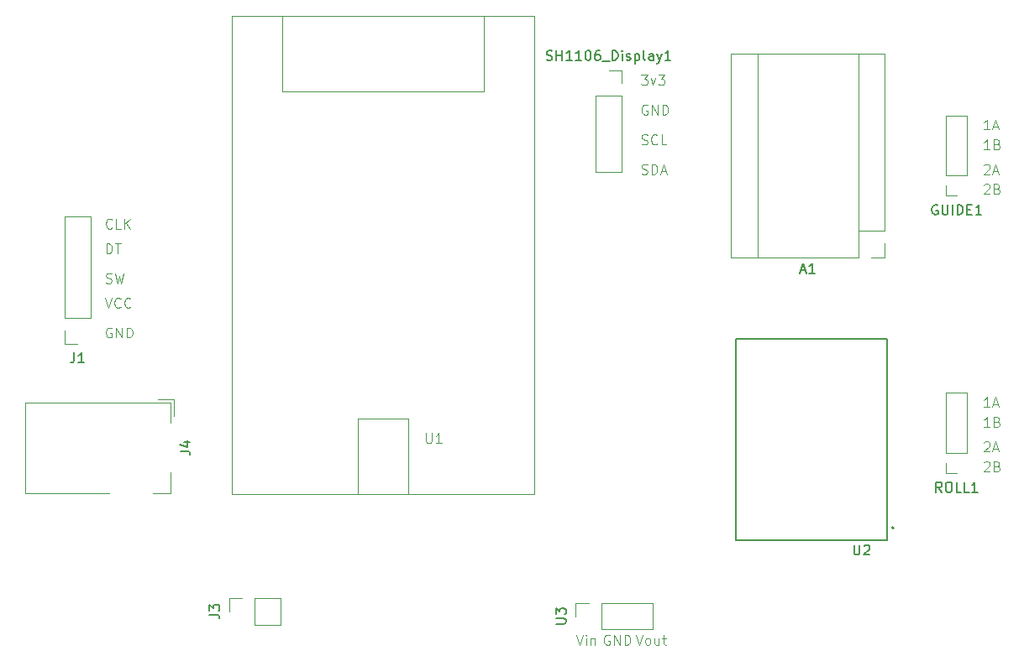
<source format=gbr>
%TF.GenerationSoftware,KiCad,Pcbnew,9.0.3*%
%TF.CreationDate,2025-08-14T15:00:20+02:00*%
%TF.ProjectId,Spool_Roller,53706f6f-6c5f-4526-9f6c-6c65722e6b69,rev?*%
%TF.SameCoordinates,Original*%
%TF.FileFunction,Legend,Top*%
%TF.FilePolarity,Positive*%
%FSLAX46Y46*%
G04 Gerber Fmt 4.6, Leading zero omitted, Abs format (unit mm)*
G04 Created by KiCad (PCBNEW 9.0.3) date 2025-08-14 15:00:20*
%MOMM*%
%LPD*%
G01*
G04 APERTURE LIST*
%ADD10C,0.100000*%
%ADD11C,0.150000*%
%ADD12C,0.120000*%
%ADD13C,0.127000*%
%ADD14C,0.200000*%
G04 APERTURE END LIST*
D10*
X57161027Y-76372419D02*
X57494360Y-77372419D01*
X57494360Y-77372419D02*
X57827693Y-76372419D01*
X58732455Y-77277180D02*
X58684836Y-77324800D01*
X58684836Y-77324800D02*
X58541979Y-77372419D01*
X58541979Y-77372419D02*
X58446741Y-77372419D01*
X58446741Y-77372419D02*
X58303884Y-77324800D01*
X58303884Y-77324800D02*
X58208646Y-77229561D01*
X58208646Y-77229561D02*
X58161027Y-77134323D01*
X58161027Y-77134323D02*
X58113408Y-76943847D01*
X58113408Y-76943847D02*
X58113408Y-76800990D01*
X58113408Y-76800990D02*
X58161027Y-76610514D01*
X58161027Y-76610514D02*
X58208646Y-76515276D01*
X58208646Y-76515276D02*
X58303884Y-76420038D01*
X58303884Y-76420038D02*
X58446741Y-76372419D01*
X58446741Y-76372419D02*
X58541979Y-76372419D01*
X58541979Y-76372419D02*
X58684836Y-76420038D01*
X58684836Y-76420038D02*
X58732455Y-76467657D01*
X59732455Y-77277180D02*
X59684836Y-77324800D01*
X59684836Y-77324800D02*
X59541979Y-77372419D01*
X59541979Y-77372419D02*
X59446741Y-77372419D01*
X59446741Y-77372419D02*
X59303884Y-77324800D01*
X59303884Y-77324800D02*
X59208646Y-77229561D01*
X59208646Y-77229561D02*
X59161027Y-77134323D01*
X59161027Y-77134323D02*
X59113408Y-76943847D01*
X59113408Y-76943847D02*
X59113408Y-76800990D01*
X59113408Y-76800990D02*
X59161027Y-76610514D01*
X59161027Y-76610514D02*
X59208646Y-76515276D01*
X59208646Y-76515276D02*
X59303884Y-76420038D01*
X59303884Y-76420038D02*
X59446741Y-76372419D01*
X59446741Y-76372419D02*
X59541979Y-76372419D01*
X59541979Y-76372419D02*
X59684836Y-76420038D01*
X59684836Y-76420038D02*
X59732455Y-76467657D01*
X111256265Y-63824800D02*
X111399122Y-63872419D01*
X111399122Y-63872419D02*
X111637217Y-63872419D01*
X111637217Y-63872419D02*
X111732455Y-63824800D01*
X111732455Y-63824800D02*
X111780074Y-63777180D01*
X111780074Y-63777180D02*
X111827693Y-63681942D01*
X111827693Y-63681942D02*
X111827693Y-63586704D01*
X111827693Y-63586704D02*
X111780074Y-63491466D01*
X111780074Y-63491466D02*
X111732455Y-63443847D01*
X111732455Y-63443847D02*
X111637217Y-63396228D01*
X111637217Y-63396228D02*
X111446741Y-63348609D01*
X111446741Y-63348609D02*
X111351503Y-63300990D01*
X111351503Y-63300990D02*
X111303884Y-63253371D01*
X111303884Y-63253371D02*
X111256265Y-63158133D01*
X111256265Y-63158133D02*
X111256265Y-63062895D01*
X111256265Y-63062895D02*
X111303884Y-62967657D01*
X111303884Y-62967657D02*
X111351503Y-62920038D01*
X111351503Y-62920038D02*
X111446741Y-62872419D01*
X111446741Y-62872419D02*
X111684836Y-62872419D01*
X111684836Y-62872419D02*
X111827693Y-62920038D01*
X112256265Y-63872419D02*
X112256265Y-62872419D01*
X112256265Y-62872419D02*
X112494360Y-62872419D01*
X112494360Y-62872419D02*
X112637217Y-62920038D01*
X112637217Y-62920038D02*
X112732455Y-63015276D01*
X112732455Y-63015276D02*
X112780074Y-63110514D01*
X112780074Y-63110514D02*
X112827693Y-63300990D01*
X112827693Y-63300990D02*
X112827693Y-63443847D01*
X112827693Y-63443847D02*
X112780074Y-63634323D01*
X112780074Y-63634323D02*
X112732455Y-63729561D01*
X112732455Y-63729561D02*
X112637217Y-63824800D01*
X112637217Y-63824800D02*
X112494360Y-63872419D01*
X112494360Y-63872419D02*
X112256265Y-63872419D01*
X113208646Y-63586704D02*
X113684836Y-63586704D01*
X113113408Y-63872419D02*
X113446741Y-62872419D01*
X113446741Y-62872419D02*
X113780074Y-63872419D01*
X145756265Y-64967657D02*
X145803884Y-64920038D01*
X145803884Y-64920038D02*
X145899122Y-64872419D01*
X145899122Y-64872419D02*
X146137217Y-64872419D01*
X146137217Y-64872419D02*
X146232455Y-64920038D01*
X146232455Y-64920038D02*
X146280074Y-64967657D01*
X146280074Y-64967657D02*
X146327693Y-65062895D01*
X146327693Y-65062895D02*
X146327693Y-65158133D01*
X146327693Y-65158133D02*
X146280074Y-65300990D01*
X146280074Y-65300990D02*
X145708646Y-65872419D01*
X145708646Y-65872419D02*
X146327693Y-65872419D01*
X147089598Y-65348609D02*
X147232455Y-65396228D01*
X147232455Y-65396228D02*
X147280074Y-65443847D01*
X147280074Y-65443847D02*
X147327693Y-65539085D01*
X147327693Y-65539085D02*
X147327693Y-65681942D01*
X147327693Y-65681942D02*
X147280074Y-65777180D01*
X147280074Y-65777180D02*
X147232455Y-65824800D01*
X147232455Y-65824800D02*
X147137217Y-65872419D01*
X147137217Y-65872419D02*
X146756265Y-65872419D01*
X146756265Y-65872419D02*
X146756265Y-64872419D01*
X146756265Y-64872419D02*
X147089598Y-64872419D01*
X147089598Y-64872419D02*
X147184836Y-64920038D01*
X147184836Y-64920038D02*
X147232455Y-64967657D01*
X147232455Y-64967657D02*
X147280074Y-65062895D01*
X147280074Y-65062895D02*
X147280074Y-65158133D01*
X147280074Y-65158133D02*
X147232455Y-65253371D01*
X147232455Y-65253371D02*
X147184836Y-65300990D01*
X147184836Y-65300990D02*
X147089598Y-65348609D01*
X147089598Y-65348609D02*
X146756265Y-65348609D01*
X146327693Y-87372419D02*
X145756265Y-87372419D01*
X146041979Y-87372419D02*
X146041979Y-86372419D01*
X146041979Y-86372419D02*
X145946741Y-86515276D01*
X145946741Y-86515276D02*
X145851503Y-86610514D01*
X145851503Y-86610514D02*
X145756265Y-86658133D01*
X146708646Y-87086704D02*
X147184836Y-87086704D01*
X146613408Y-87372419D02*
X146946741Y-86372419D01*
X146946741Y-86372419D02*
X147280074Y-87372419D01*
X146327693Y-61372419D02*
X145756265Y-61372419D01*
X146041979Y-61372419D02*
X146041979Y-60372419D01*
X146041979Y-60372419D02*
X145946741Y-60515276D01*
X145946741Y-60515276D02*
X145851503Y-60610514D01*
X145851503Y-60610514D02*
X145756265Y-60658133D01*
X147089598Y-60848609D02*
X147232455Y-60896228D01*
X147232455Y-60896228D02*
X147280074Y-60943847D01*
X147280074Y-60943847D02*
X147327693Y-61039085D01*
X147327693Y-61039085D02*
X147327693Y-61181942D01*
X147327693Y-61181942D02*
X147280074Y-61277180D01*
X147280074Y-61277180D02*
X147232455Y-61324800D01*
X147232455Y-61324800D02*
X147137217Y-61372419D01*
X147137217Y-61372419D02*
X146756265Y-61372419D01*
X146756265Y-61372419D02*
X146756265Y-60372419D01*
X146756265Y-60372419D02*
X147089598Y-60372419D01*
X147089598Y-60372419D02*
X147184836Y-60420038D01*
X147184836Y-60420038D02*
X147232455Y-60467657D01*
X147232455Y-60467657D02*
X147280074Y-60562895D01*
X147280074Y-60562895D02*
X147280074Y-60658133D01*
X147280074Y-60658133D02*
X147232455Y-60753371D01*
X147232455Y-60753371D02*
X147184836Y-60800990D01*
X147184836Y-60800990D02*
X147089598Y-60848609D01*
X147089598Y-60848609D02*
X146756265Y-60848609D01*
X108017693Y-110420038D02*
X107922455Y-110372419D01*
X107922455Y-110372419D02*
X107779598Y-110372419D01*
X107779598Y-110372419D02*
X107636741Y-110420038D01*
X107636741Y-110420038D02*
X107541503Y-110515276D01*
X107541503Y-110515276D02*
X107493884Y-110610514D01*
X107493884Y-110610514D02*
X107446265Y-110800990D01*
X107446265Y-110800990D02*
X107446265Y-110943847D01*
X107446265Y-110943847D02*
X107493884Y-111134323D01*
X107493884Y-111134323D02*
X107541503Y-111229561D01*
X107541503Y-111229561D02*
X107636741Y-111324800D01*
X107636741Y-111324800D02*
X107779598Y-111372419D01*
X107779598Y-111372419D02*
X107874836Y-111372419D01*
X107874836Y-111372419D02*
X108017693Y-111324800D01*
X108017693Y-111324800D02*
X108065312Y-111277180D01*
X108065312Y-111277180D02*
X108065312Y-110943847D01*
X108065312Y-110943847D02*
X107874836Y-110943847D01*
X108493884Y-111372419D02*
X108493884Y-110372419D01*
X108493884Y-110372419D02*
X109065312Y-111372419D01*
X109065312Y-111372419D02*
X109065312Y-110372419D01*
X109541503Y-111372419D02*
X109541503Y-110372419D01*
X109541503Y-110372419D02*
X109779598Y-110372419D01*
X109779598Y-110372419D02*
X109922455Y-110420038D01*
X109922455Y-110420038D02*
X110017693Y-110515276D01*
X110017693Y-110515276D02*
X110065312Y-110610514D01*
X110065312Y-110610514D02*
X110112931Y-110800990D01*
X110112931Y-110800990D02*
X110112931Y-110943847D01*
X110112931Y-110943847D02*
X110065312Y-111134323D01*
X110065312Y-111134323D02*
X110017693Y-111229561D01*
X110017693Y-111229561D02*
X109922455Y-111324800D01*
X109922455Y-111324800D02*
X109779598Y-111372419D01*
X109779598Y-111372419D02*
X109541503Y-111372419D01*
X146327693Y-59372419D02*
X145756265Y-59372419D01*
X146041979Y-59372419D02*
X146041979Y-58372419D01*
X146041979Y-58372419D02*
X145946741Y-58515276D01*
X145946741Y-58515276D02*
X145851503Y-58610514D01*
X145851503Y-58610514D02*
X145756265Y-58658133D01*
X146708646Y-59086704D02*
X147184836Y-59086704D01*
X146613408Y-59372419D02*
X146946741Y-58372419D01*
X146946741Y-58372419D02*
X147280074Y-59372419D01*
X145756265Y-90967657D02*
X145803884Y-90920038D01*
X145803884Y-90920038D02*
X145899122Y-90872419D01*
X145899122Y-90872419D02*
X146137217Y-90872419D01*
X146137217Y-90872419D02*
X146232455Y-90920038D01*
X146232455Y-90920038D02*
X146280074Y-90967657D01*
X146280074Y-90967657D02*
X146327693Y-91062895D01*
X146327693Y-91062895D02*
X146327693Y-91158133D01*
X146327693Y-91158133D02*
X146280074Y-91300990D01*
X146280074Y-91300990D02*
X145708646Y-91872419D01*
X145708646Y-91872419D02*
X146327693Y-91872419D01*
X146708646Y-91586704D02*
X147184836Y-91586704D01*
X146613408Y-91872419D02*
X146946741Y-90872419D01*
X146946741Y-90872419D02*
X147280074Y-91872419D01*
X57875312Y-69277180D02*
X57827693Y-69324800D01*
X57827693Y-69324800D02*
X57684836Y-69372419D01*
X57684836Y-69372419D02*
X57589598Y-69372419D01*
X57589598Y-69372419D02*
X57446741Y-69324800D01*
X57446741Y-69324800D02*
X57351503Y-69229561D01*
X57351503Y-69229561D02*
X57303884Y-69134323D01*
X57303884Y-69134323D02*
X57256265Y-68943847D01*
X57256265Y-68943847D02*
X57256265Y-68800990D01*
X57256265Y-68800990D02*
X57303884Y-68610514D01*
X57303884Y-68610514D02*
X57351503Y-68515276D01*
X57351503Y-68515276D02*
X57446741Y-68420038D01*
X57446741Y-68420038D02*
X57589598Y-68372419D01*
X57589598Y-68372419D02*
X57684836Y-68372419D01*
X57684836Y-68372419D02*
X57827693Y-68420038D01*
X57827693Y-68420038D02*
X57875312Y-68467657D01*
X58780074Y-69372419D02*
X58303884Y-69372419D01*
X58303884Y-69372419D02*
X58303884Y-68372419D01*
X59113408Y-69372419D02*
X59113408Y-68372419D01*
X59684836Y-69372419D02*
X59256265Y-68800990D01*
X59684836Y-68372419D02*
X59113408Y-68943847D01*
X111208646Y-53872419D02*
X111827693Y-53872419D01*
X111827693Y-53872419D02*
X111494360Y-54253371D01*
X111494360Y-54253371D02*
X111637217Y-54253371D01*
X111637217Y-54253371D02*
X111732455Y-54300990D01*
X111732455Y-54300990D02*
X111780074Y-54348609D01*
X111780074Y-54348609D02*
X111827693Y-54443847D01*
X111827693Y-54443847D02*
X111827693Y-54681942D01*
X111827693Y-54681942D02*
X111780074Y-54777180D01*
X111780074Y-54777180D02*
X111732455Y-54824800D01*
X111732455Y-54824800D02*
X111637217Y-54872419D01*
X111637217Y-54872419D02*
X111351503Y-54872419D01*
X111351503Y-54872419D02*
X111256265Y-54824800D01*
X111256265Y-54824800D02*
X111208646Y-54777180D01*
X112161027Y-54205752D02*
X112399122Y-54872419D01*
X112399122Y-54872419D02*
X112637217Y-54205752D01*
X112922932Y-53872419D02*
X113541979Y-53872419D01*
X113541979Y-53872419D02*
X113208646Y-54253371D01*
X113208646Y-54253371D02*
X113351503Y-54253371D01*
X113351503Y-54253371D02*
X113446741Y-54300990D01*
X113446741Y-54300990D02*
X113494360Y-54348609D01*
X113494360Y-54348609D02*
X113541979Y-54443847D01*
X113541979Y-54443847D02*
X113541979Y-54681942D01*
X113541979Y-54681942D02*
X113494360Y-54777180D01*
X113494360Y-54777180D02*
X113446741Y-54824800D01*
X113446741Y-54824800D02*
X113351503Y-54872419D01*
X113351503Y-54872419D02*
X113065789Y-54872419D01*
X113065789Y-54872419D02*
X112970551Y-54824800D01*
X112970551Y-54824800D02*
X112922932Y-54777180D01*
X104661027Y-110372419D02*
X104994360Y-111372419D01*
X104994360Y-111372419D02*
X105327693Y-110372419D01*
X105661027Y-111372419D02*
X105661027Y-110705752D01*
X105661027Y-110372419D02*
X105613408Y-110420038D01*
X105613408Y-110420038D02*
X105661027Y-110467657D01*
X105661027Y-110467657D02*
X105708646Y-110420038D01*
X105708646Y-110420038D02*
X105661027Y-110372419D01*
X105661027Y-110372419D02*
X105661027Y-110467657D01*
X106137217Y-110705752D02*
X106137217Y-111372419D01*
X106137217Y-110800990D02*
X106184836Y-110753371D01*
X106184836Y-110753371D02*
X106280074Y-110705752D01*
X106280074Y-110705752D02*
X106422931Y-110705752D01*
X106422931Y-110705752D02*
X106518169Y-110753371D01*
X106518169Y-110753371D02*
X106565788Y-110848609D01*
X106565788Y-110848609D02*
X106565788Y-111372419D01*
X111256265Y-60824800D02*
X111399122Y-60872419D01*
X111399122Y-60872419D02*
X111637217Y-60872419D01*
X111637217Y-60872419D02*
X111732455Y-60824800D01*
X111732455Y-60824800D02*
X111780074Y-60777180D01*
X111780074Y-60777180D02*
X111827693Y-60681942D01*
X111827693Y-60681942D02*
X111827693Y-60586704D01*
X111827693Y-60586704D02*
X111780074Y-60491466D01*
X111780074Y-60491466D02*
X111732455Y-60443847D01*
X111732455Y-60443847D02*
X111637217Y-60396228D01*
X111637217Y-60396228D02*
X111446741Y-60348609D01*
X111446741Y-60348609D02*
X111351503Y-60300990D01*
X111351503Y-60300990D02*
X111303884Y-60253371D01*
X111303884Y-60253371D02*
X111256265Y-60158133D01*
X111256265Y-60158133D02*
X111256265Y-60062895D01*
X111256265Y-60062895D02*
X111303884Y-59967657D01*
X111303884Y-59967657D02*
X111351503Y-59920038D01*
X111351503Y-59920038D02*
X111446741Y-59872419D01*
X111446741Y-59872419D02*
X111684836Y-59872419D01*
X111684836Y-59872419D02*
X111827693Y-59920038D01*
X112827693Y-60777180D02*
X112780074Y-60824800D01*
X112780074Y-60824800D02*
X112637217Y-60872419D01*
X112637217Y-60872419D02*
X112541979Y-60872419D01*
X112541979Y-60872419D02*
X112399122Y-60824800D01*
X112399122Y-60824800D02*
X112303884Y-60729561D01*
X112303884Y-60729561D02*
X112256265Y-60634323D01*
X112256265Y-60634323D02*
X112208646Y-60443847D01*
X112208646Y-60443847D02*
X112208646Y-60300990D01*
X112208646Y-60300990D02*
X112256265Y-60110514D01*
X112256265Y-60110514D02*
X112303884Y-60015276D01*
X112303884Y-60015276D02*
X112399122Y-59920038D01*
X112399122Y-59920038D02*
X112541979Y-59872419D01*
X112541979Y-59872419D02*
X112637217Y-59872419D01*
X112637217Y-59872419D02*
X112780074Y-59920038D01*
X112780074Y-59920038D02*
X112827693Y-59967657D01*
X113732455Y-60872419D02*
X113256265Y-60872419D01*
X113256265Y-60872419D02*
X113256265Y-59872419D01*
X111827693Y-56920038D02*
X111732455Y-56872419D01*
X111732455Y-56872419D02*
X111589598Y-56872419D01*
X111589598Y-56872419D02*
X111446741Y-56920038D01*
X111446741Y-56920038D02*
X111351503Y-57015276D01*
X111351503Y-57015276D02*
X111303884Y-57110514D01*
X111303884Y-57110514D02*
X111256265Y-57300990D01*
X111256265Y-57300990D02*
X111256265Y-57443847D01*
X111256265Y-57443847D02*
X111303884Y-57634323D01*
X111303884Y-57634323D02*
X111351503Y-57729561D01*
X111351503Y-57729561D02*
X111446741Y-57824800D01*
X111446741Y-57824800D02*
X111589598Y-57872419D01*
X111589598Y-57872419D02*
X111684836Y-57872419D01*
X111684836Y-57872419D02*
X111827693Y-57824800D01*
X111827693Y-57824800D02*
X111875312Y-57777180D01*
X111875312Y-57777180D02*
X111875312Y-57443847D01*
X111875312Y-57443847D02*
X111684836Y-57443847D01*
X112303884Y-57872419D02*
X112303884Y-56872419D01*
X112303884Y-56872419D02*
X112875312Y-57872419D01*
X112875312Y-57872419D02*
X112875312Y-56872419D01*
X113351503Y-57872419D02*
X113351503Y-56872419D01*
X113351503Y-56872419D02*
X113589598Y-56872419D01*
X113589598Y-56872419D02*
X113732455Y-56920038D01*
X113732455Y-56920038D02*
X113827693Y-57015276D01*
X113827693Y-57015276D02*
X113875312Y-57110514D01*
X113875312Y-57110514D02*
X113922931Y-57300990D01*
X113922931Y-57300990D02*
X113922931Y-57443847D01*
X113922931Y-57443847D02*
X113875312Y-57634323D01*
X113875312Y-57634323D02*
X113827693Y-57729561D01*
X113827693Y-57729561D02*
X113732455Y-57824800D01*
X113732455Y-57824800D02*
X113589598Y-57872419D01*
X113589598Y-57872419D02*
X113351503Y-57872419D01*
X57827693Y-79420038D02*
X57732455Y-79372419D01*
X57732455Y-79372419D02*
X57589598Y-79372419D01*
X57589598Y-79372419D02*
X57446741Y-79420038D01*
X57446741Y-79420038D02*
X57351503Y-79515276D01*
X57351503Y-79515276D02*
X57303884Y-79610514D01*
X57303884Y-79610514D02*
X57256265Y-79800990D01*
X57256265Y-79800990D02*
X57256265Y-79943847D01*
X57256265Y-79943847D02*
X57303884Y-80134323D01*
X57303884Y-80134323D02*
X57351503Y-80229561D01*
X57351503Y-80229561D02*
X57446741Y-80324800D01*
X57446741Y-80324800D02*
X57589598Y-80372419D01*
X57589598Y-80372419D02*
X57684836Y-80372419D01*
X57684836Y-80372419D02*
X57827693Y-80324800D01*
X57827693Y-80324800D02*
X57875312Y-80277180D01*
X57875312Y-80277180D02*
X57875312Y-79943847D01*
X57875312Y-79943847D02*
X57684836Y-79943847D01*
X58303884Y-80372419D02*
X58303884Y-79372419D01*
X58303884Y-79372419D02*
X58875312Y-80372419D01*
X58875312Y-80372419D02*
X58875312Y-79372419D01*
X59351503Y-80372419D02*
X59351503Y-79372419D01*
X59351503Y-79372419D02*
X59589598Y-79372419D01*
X59589598Y-79372419D02*
X59732455Y-79420038D01*
X59732455Y-79420038D02*
X59827693Y-79515276D01*
X59827693Y-79515276D02*
X59875312Y-79610514D01*
X59875312Y-79610514D02*
X59922931Y-79800990D01*
X59922931Y-79800990D02*
X59922931Y-79943847D01*
X59922931Y-79943847D02*
X59875312Y-80134323D01*
X59875312Y-80134323D02*
X59827693Y-80229561D01*
X59827693Y-80229561D02*
X59732455Y-80324800D01*
X59732455Y-80324800D02*
X59589598Y-80372419D01*
X59589598Y-80372419D02*
X59351503Y-80372419D01*
X110661027Y-110372419D02*
X110994360Y-111372419D01*
X110994360Y-111372419D02*
X111327693Y-110372419D01*
X111803884Y-111372419D02*
X111708646Y-111324800D01*
X111708646Y-111324800D02*
X111661027Y-111277180D01*
X111661027Y-111277180D02*
X111613408Y-111181942D01*
X111613408Y-111181942D02*
X111613408Y-110896228D01*
X111613408Y-110896228D02*
X111661027Y-110800990D01*
X111661027Y-110800990D02*
X111708646Y-110753371D01*
X111708646Y-110753371D02*
X111803884Y-110705752D01*
X111803884Y-110705752D02*
X111946741Y-110705752D01*
X111946741Y-110705752D02*
X112041979Y-110753371D01*
X112041979Y-110753371D02*
X112089598Y-110800990D01*
X112089598Y-110800990D02*
X112137217Y-110896228D01*
X112137217Y-110896228D02*
X112137217Y-111181942D01*
X112137217Y-111181942D02*
X112089598Y-111277180D01*
X112089598Y-111277180D02*
X112041979Y-111324800D01*
X112041979Y-111324800D02*
X111946741Y-111372419D01*
X111946741Y-111372419D02*
X111803884Y-111372419D01*
X112994360Y-110705752D02*
X112994360Y-111372419D01*
X112565789Y-110705752D02*
X112565789Y-111229561D01*
X112565789Y-111229561D02*
X112613408Y-111324800D01*
X112613408Y-111324800D02*
X112708646Y-111372419D01*
X112708646Y-111372419D02*
X112851503Y-111372419D01*
X112851503Y-111372419D02*
X112946741Y-111324800D01*
X112946741Y-111324800D02*
X112994360Y-111277180D01*
X113327694Y-110705752D02*
X113708646Y-110705752D01*
X113470551Y-110372419D02*
X113470551Y-111229561D01*
X113470551Y-111229561D02*
X113518170Y-111324800D01*
X113518170Y-111324800D02*
X113613408Y-111372419D01*
X113613408Y-111372419D02*
X113708646Y-111372419D01*
X145756265Y-92967657D02*
X145803884Y-92920038D01*
X145803884Y-92920038D02*
X145899122Y-92872419D01*
X145899122Y-92872419D02*
X146137217Y-92872419D01*
X146137217Y-92872419D02*
X146232455Y-92920038D01*
X146232455Y-92920038D02*
X146280074Y-92967657D01*
X146280074Y-92967657D02*
X146327693Y-93062895D01*
X146327693Y-93062895D02*
X146327693Y-93158133D01*
X146327693Y-93158133D02*
X146280074Y-93300990D01*
X146280074Y-93300990D02*
X145708646Y-93872419D01*
X145708646Y-93872419D02*
X146327693Y-93872419D01*
X147089598Y-93348609D02*
X147232455Y-93396228D01*
X147232455Y-93396228D02*
X147280074Y-93443847D01*
X147280074Y-93443847D02*
X147327693Y-93539085D01*
X147327693Y-93539085D02*
X147327693Y-93681942D01*
X147327693Y-93681942D02*
X147280074Y-93777180D01*
X147280074Y-93777180D02*
X147232455Y-93824800D01*
X147232455Y-93824800D02*
X147137217Y-93872419D01*
X147137217Y-93872419D02*
X146756265Y-93872419D01*
X146756265Y-93872419D02*
X146756265Y-92872419D01*
X146756265Y-92872419D02*
X147089598Y-92872419D01*
X147089598Y-92872419D02*
X147184836Y-92920038D01*
X147184836Y-92920038D02*
X147232455Y-92967657D01*
X147232455Y-92967657D02*
X147280074Y-93062895D01*
X147280074Y-93062895D02*
X147280074Y-93158133D01*
X147280074Y-93158133D02*
X147232455Y-93253371D01*
X147232455Y-93253371D02*
X147184836Y-93300990D01*
X147184836Y-93300990D02*
X147089598Y-93348609D01*
X147089598Y-93348609D02*
X146756265Y-93348609D01*
X145756265Y-62967657D02*
X145803884Y-62920038D01*
X145803884Y-62920038D02*
X145899122Y-62872419D01*
X145899122Y-62872419D02*
X146137217Y-62872419D01*
X146137217Y-62872419D02*
X146232455Y-62920038D01*
X146232455Y-62920038D02*
X146280074Y-62967657D01*
X146280074Y-62967657D02*
X146327693Y-63062895D01*
X146327693Y-63062895D02*
X146327693Y-63158133D01*
X146327693Y-63158133D02*
X146280074Y-63300990D01*
X146280074Y-63300990D02*
X145708646Y-63872419D01*
X145708646Y-63872419D02*
X146327693Y-63872419D01*
X146708646Y-63586704D02*
X147184836Y-63586704D01*
X146613408Y-63872419D02*
X146946741Y-62872419D01*
X146946741Y-62872419D02*
X147280074Y-63872419D01*
X57256265Y-74824800D02*
X57399122Y-74872419D01*
X57399122Y-74872419D02*
X57637217Y-74872419D01*
X57637217Y-74872419D02*
X57732455Y-74824800D01*
X57732455Y-74824800D02*
X57780074Y-74777180D01*
X57780074Y-74777180D02*
X57827693Y-74681942D01*
X57827693Y-74681942D02*
X57827693Y-74586704D01*
X57827693Y-74586704D02*
X57780074Y-74491466D01*
X57780074Y-74491466D02*
X57732455Y-74443847D01*
X57732455Y-74443847D02*
X57637217Y-74396228D01*
X57637217Y-74396228D02*
X57446741Y-74348609D01*
X57446741Y-74348609D02*
X57351503Y-74300990D01*
X57351503Y-74300990D02*
X57303884Y-74253371D01*
X57303884Y-74253371D02*
X57256265Y-74158133D01*
X57256265Y-74158133D02*
X57256265Y-74062895D01*
X57256265Y-74062895D02*
X57303884Y-73967657D01*
X57303884Y-73967657D02*
X57351503Y-73920038D01*
X57351503Y-73920038D02*
X57446741Y-73872419D01*
X57446741Y-73872419D02*
X57684836Y-73872419D01*
X57684836Y-73872419D02*
X57827693Y-73920038D01*
X58161027Y-73872419D02*
X58399122Y-74872419D01*
X58399122Y-74872419D02*
X58589598Y-74158133D01*
X58589598Y-74158133D02*
X58780074Y-74872419D01*
X58780074Y-74872419D02*
X59018170Y-73872419D01*
X146327693Y-89372419D02*
X145756265Y-89372419D01*
X146041979Y-89372419D02*
X146041979Y-88372419D01*
X146041979Y-88372419D02*
X145946741Y-88515276D01*
X145946741Y-88515276D02*
X145851503Y-88610514D01*
X145851503Y-88610514D02*
X145756265Y-88658133D01*
X147089598Y-88848609D02*
X147232455Y-88896228D01*
X147232455Y-88896228D02*
X147280074Y-88943847D01*
X147280074Y-88943847D02*
X147327693Y-89039085D01*
X147327693Y-89039085D02*
X147327693Y-89181942D01*
X147327693Y-89181942D02*
X147280074Y-89277180D01*
X147280074Y-89277180D02*
X147232455Y-89324800D01*
X147232455Y-89324800D02*
X147137217Y-89372419D01*
X147137217Y-89372419D02*
X146756265Y-89372419D01*
X146756265Y-89372419D02*
X146756265Y-88372419D01*
X146756265Y-88372419D02*
X147089598Y-88372419D01*
X147089598Y-88372419D02*
X147184836Y-88420038D01*
X147184836Y-88420038D02*
X147232455Y-88467657D01*
X147232455Y-88467657D02*
X147280074Y-88562895D01*
X147280074Y-88562895D02*
X147280074Y-88658133D01*
X147280074Y-88658133D02*
X147232455Y-88753371D01*
X147232455Y-88753371D02*
X147184836Y-88800990D01*
X147184836Y-88800990D02*
X147089598Y-88848609D01*
X147089598Y-88848609D02*
X146756265Y-88848609D01*
X57303884Y-71872419D02*
X57303884Y-70872419D01*
X57303884Y-70872419D02*
X57541979Y-70872419D01*
X57541979Y-70872419D02*
X57684836Y-70920038D01*
X57684836Y-70920038D02*
X57780074Y-71015276D01*
X57780074Y-71015276D02*
X57827693Y-71110514D01*
X57827693Y-71110514D02*
X57875312Y-71300990D01*
X57875312Y-71300990D02*
X57875312Y-71443847D01*
X57875312Y-71443847D02*
X57827693Y-71634323D01*
X57827693Y-71634323D02*
X57780074Y-71729561D01*
X57780074Y-71729561D02*
X57684836Y-71824800D01*
X57684836Y-71824800D02*
X57541979Y-71872419D01*
X57541979Y-71872419D02*
X57303884Y-71872419D01*
X58161027Y-70872419D02*
X58732455Y-70872419D01*
X58446741Y-71872419D02*
X58446741Y-70872419D01*
D11*
X101663095Y-52337200D02*
X101805952Y-52384819D01*
X101805952Y-52384819D02*
X102044047Y-52384819D01*
X102044047Y-52384819D02*
X102139285Y-52337200D01*
X102139285Y-52337200D02*
X102186904Y-52289580D01*
X102186904Y-52289580D02*
X102234523Y-52194342D01*
X102234523Y-52194342D02*
X102234523Y-52099104D01*
X102234523Y-52099104D02*
X102186904Y-52003866D01*
X102186904Y-52003866D02*
X102139285Y-51956247D01*
X102139285Y-51956247D02*
X102044047Y-51908628D01*
X102044047Y-51908628D02*
X101853571Y-51861009D01*
X101853571Y-51861009D02*
X101758333Y-51813390D01*
X101758333Y-51813390D02*
X101710714Y-51765771D01*
X101710714Y-51765771D02*
X101663095Y-51670533D01*
X101663095Y-51670533D02*
X101663095Y-51575295D01*
X101663095Y-51575295D02*
X101710714Y-51480057D01*
X101710714Y-51480057D02*
X101758333Y-51432438D01*
X101758333Y-51432438D02*
X101853571Y-51384819D01*
X101853571Y-51384819D02*
X102091666Y-51384819D01*
X102091666Y-51384819D02*
X102234523Y-51432438D01*
X102663095Y-52384819D02*
X102663095Y-51384819D01*
X102663095Y-51861009D02*
X103234523Y-51861009D01*
X103234523Y-52384819D02*
X103234523Y-51384819D01*
X104234523Y-52384819D02*
X103663095Y-52384819D01*
X103948809Y-52384819D02*
X103948809Y-51384819D01*
X103948809Y-51384819D02*
X103853571Y-51527676D01*
X103853571Y-51527676D02*
X103758333Y-51622914D01*
X103758333Y-51622914D02*
X103663095Y-51670533D01*
X105186904Y-52384819D02*
X104615476Y-52384819D01*
X104901190Y-52384819D02*
X104901190Y-51384819D01*
X104901190Y-51384819D02*
X104805952Y-51527676D01*
X104805952Y-51527676D02*
X104710714Y-51622914D01*
X104710714Y-51622914D02*
X104615476Y-51670533D01*
X105805952Y-51384819D02*
X105901190Y-51384819D01*
X105901190Y-51384819D02*
X105996428Y-51432438D01*
X105996428Y-51432438D02*
X106044047Y-51480057D01*
X106044047Y-51480057D02*
X106091666Y-51575295D01*
X106091666Y-51575295D02*
X106139285Y-51765771D01*
X106139285Y-51765771D02*
X106139285Y-52003866D01*
X106139285Y-52003866D02*
X106091666Y-52194342D01*
X106091666Y-52194342D02*
X106044047Y-52289580D01*
X106044047Y-52289580D02*
X105996428Y-52337200D01*
X105996428Y-52337200D02*
X105901190Y-52384819D01*
X105901190Y-52384819D02*
X105805952Y-52384819D01*
X105805952Y-52384819D02*
X105710714Y-52337200D01*
X105710714Y-52337200D02*
X105663095Y-52289580D01*
X105663095Y-52289580D02*
X105615476Y-52194342D01*
X105615476Y-52194342D02*
X105567857Y-52003866D01*
X105567857Y-52003866D02*
X105567857Y-51765771D01*
X105567857Y-51765771D02*
X105615476Y-51575295D01*
X105615476Y-51575295D02*
X105663095Y-51480057D01*
X105663095Y-51480057D02*
X105710714Y-51432438D01*
X105710714Y-51432438D02*
X105805952Y-51384819D01*
X106996428Y-51384819D02*
X106805952Y-51384819D01*
X106805952Y-51384819D02*
X106710714Y-51432438D01*
X106710714Y-51432438D02*
X106663095Y-51480057D01*
X106663095Y-51480057D02*
X106567857Y-51622914D01*
X106567857Y-51622914D02*
X106520238Y-51813390D01*
X106520238Y-51813390D02*
X106520238Y-52194342D01*
X106520238Y-52194342D02*
X106567857Y-52289580D01*
X106567857Y-52289580D02*
X106615476Y-52337200D01*
X106615476Y-52337200D02*
X106710714Y-52384819D01*
X106710714Y-52384819D02*
X106901190Y-52384819D01*
X106901190Y-52384819D02*
X106996428Y-52337200D01*
X106996428Y-52337200D02*
X107044047Y-52289580D01*
X107044047Y-52289580D02*
X107091666Y-52194342D01*
X107091666Y-52194342D02*
X107091666Y-51956247D01*
X107091666Y-51956247D02*
X107044047Y-51861009D01*
X107044047Y-51861009D02*
X106996428Y-51813390D01*
X106996428Y-51813390D02*
X106901190Y-51765771D01*
X106901190Y-51765771D02*
X106710714Y-51765771D01*
X106710714Y-51765771D02*
X106615476Y-51813390D01*
X106615476Y-51813390D02*
X106567857Y-51861009D01*
X106567857Y-51861009D02*
X106520238Y-51956247D01*
X107282143Y-52480057D02*
X108044047Y-52480057D01*
X108282143Y-52384819D02*
X108282143Y-51384819D01*
X108282143Y-51384819D02*
X108520238Y-51384819D01*
X108520238Y-51384819D02*
X108663095Y-51432438D01*
X108663095Y-51432438D02*
X108758333Y-51527676D01*
X108758333Y-51527676D02*
X108805952Y-51622914D01*
X108805952Y-51622914D02*
X108853571Y-51813390D01*
X108853571Y-51813390D02*
X108853571Y-51956247D01*
X108853571Y-51956247D02*
X108805952Y-52146723D01*
X108805952Y-52146723D02*
X108758333Y-52241961D01*
X108758333Y-52241961D02*
X108663095Y-52337200D01*
X108663095Y-52337200D02*
X108520238Y-52384819D01*
X108520238Y-52384819D02*
X108282143Y-52384819D01*
X109282143Y-52384819D02*
X109282143Y-51718152D01*
X109282143Y-51384819D02*
X109234524Y-51432438D01*
X109234524Y-51432438D02*
X109282143Y-51480057D01*
X109282143Y-51480057D02*
X109329762Y-51432438D01*
X109329762Y-51432438D02*
X109282143Y-51384819D01*
X109282143Y-51384819D02*
X109282143Y-51480057D01*
X109710714Y-52337200D02*
X109805952Y-52384819D01*
X109805952Y-52384819D02*
X109996428Y-52384819D01*
X109996428Y-52384819D02*
X110091666Y-52337200D01*
X110091666Y-52337200D02*
X110139285Y-52241961D01*
X110139285Y-52241961D02*
X110139285Y-52194342D01*
X110139285Y-52194342D02*
X110091666Y-52099104D01*
X110091666Y-52099104D02*
X109996428Y-52051485D01*
X109996428Y-52051485D02*
X109853571Y-52051485D01*
X109853571Y-52051485D02*
X109758333Y-52003866D01*
X109758333Y-52003866D02*
X109710714Y-51908628D01*
X109710714Y-51908628D02*
X109710714Y-51861009D01*
X109710714Y-51861009D02*
X109758333Y-51765771D01*
X109758333Y-51765771D02*
X109853571Y-51718152D01*
X109853571Y-51718152D02*
X109996428Y-51718152D01*
X109996428Y-51718152D02*
X110091666Y-51765771D01*
X110567857Y-51718152D02*
X110567857Y-52718152D01*
X110567857Y-51765771D02*
X110663095Y-51718152D01*
X110663095Y-51718152D02*
X110853571Y-51718152D01*
X110853571Y-51718152D02*
X110948809Y-51765771D01*
X110948809Y-51765771D02*
X110996428Y-51813390D01*
X110996428Y-51813390D02*
X111044047Y-51908628D01*
X111044047Y-51908628D02*
X111044047Y-52194342D01*
X111044047Y-52194342D02*
X110996428Y-52289580D01*
X110996428Y-52289580D02*
X110948809Y-52337200D01*
X110948809Y-52337200D02*
X110853571Y-52384819D01*
X110853571Y-52384819D02*
X110663095Y-52384819D01*
X110663095Y-52384819D02*
X110567857Y-52337200D01*
X111615476Y-52384819D02*
X111520238Y-52337200D01*
X111520238Y-52337200D02*
X111472619Y-52241961D01*
X111472619Y-52241961D02*
X111472619Y-51384819D01*
X112425000Y-52384819D02*
X112425000Y-51861009D01*
X112425000Y-51861009D02*
X112377381Y-51765771D01*
X112377381Y-51765771D02*
X112282143Y-51718152D01*
X112282143Y-51718152D02*
X112091667Y-51718152D01*
X112091667Y-51718152D02*
X111996429Y-51765771D01*
X112425000Y-52337200D02*
X112329762Y-52384819D01*
X112329762Y-52384819D02*
X112091667Y-52384819D01*
X112091667Y-52384819D02*
X111996429Y-52337200D01*
X111996429Y-52337200D02*
X111948810Y-52241961D01*
X111948810Y-52241961D02*
X111948810Y-52146723D01*
X111948810Y-52146723D02*
X111996429Y-52051485D01*
X111996429Y-52051485D02*
X112091667Y-52003866D01*
X112091667Y-52003866D02*
X112329762Y-52003866D01*
X112329762Y-52003866D02*
X112425000Y-51956247D01*
X112805953Y-51718152D02*
X113044048Y-52384819D01*
X113282143Y-51718152D02*
X113044048Y-52384819D01*
X113044048Y-52384819D02*
X112948810Y-52622914D01*
X112948810Y-52622914D02*
X112901191Y-52670533D01*
X112901191Y-52670533D02*
X112805953Y-52718152D01*
X114186905Y-52384819D02*
X113615477Y-52384819D01*
X113901191Y-52384819D02*
X113901191Y-51384819D01*
X113901191Y-51384819D02*
X113805953Y-51527676D01*
X113805953Y-51527676D02*
X113710715Y-51622914D01*
X113710715Y-51622914D02*
X113615477Y-51670533D01*
X141499999Y-95954819D02*
X141166666Y-95478628D01*
X140928571Y-95954819D02*
X140928571Y-94954819D01*
X140928571Y-94954819D02*
X141309523Y-94954819D01*
X141309523Y-94954819D02*
X141404761Y-95002438D01*
X141404761Y-95002438D02*
X141452380Y-95050057D01*
X141452380Y-95050057D02*
X141499999Y-95145295D01*
X141499999Y-95145295D02*
X141499999Y-95288152D01*
X141499999Y-95288152D02*
X141452380Y-95383390D01*
X141452380Y-95383390D02*
X141404761Y-95431009D01*
X141404761Y-95431009D02*
X141309523Y-95478628D01*
X141309523Y-95478628D02*
X140928571Y-95478628D01*
X142119047Y-94954819D02*
X142309523Y-94954819D01*
X142309523Y-94954819D02*
X142404761Y-95002438D01*
X142404761Y-95002438D02*
X142499999Y-95097676D01*
X142499999Y-95097676D02*
X142547618Y-95288152D01*
X142547618Y-95288152D02*
X142547618Y-95621485D01*
X142547618Y-95621485D02*
X142499999Y-95811961D01*
X142499999Y-95811961D02*
X142404761Y-95907200D01*
X142404761Y-95907200D02*
X142309523Y-95954819D01*
X142309523Y-95954819D02*
X142119047Y-95954819D01*
X142119047Y-95954819D02*
X142023809Y-95907200D01*
X142023809Y-95907200D02*
X141928571Y-95811961D01*
X141928571Y-95811961D02*
X141880952Y-95621485D01*
X141880952Y-95621485D02*
X141880952Y-95288152D01*
X141880952Y-95288152D02*
X141928571Y-95097676D01*
X141928571Y-95097676D02*
X142023809Y-95002438D01*
X142023809Y-95002438D02*
X142119047Y-94954819D01*
X143452380Y-95954819D02*
X142976190Y-95954819D01*
X142976190Y-95954819D02*
X142976190Y-94954819D01*
X144261904Y-95954819D02*
X143785714Y-95954819D01*
X143785714Y-95954819D02*
X143785714Y-94954819D01*
X145119047Y-95954819D02*
X144547619Y-95954819D01*
X144833333Y-95954819D02*
X144833333Y-94954819D01*
X144833333Y-94954819D02*
X144738095Y-95097676D01*
X144738095Y-95097676D02*
X144642857Y-95192914D01*
X144642857Y-95192914D02*
X144547619Y-95240533D01*
X67684819Y-108333333D02*
X68399104Y-108333333D01*
X68399104Y-108333333D02*
X68541961Y-108380952D01*
X68541961Y-108380952D02*
X68637200Y-108476190D01*
X68637200Y-108476190D02*
X68684819Y-108619047D01*
X68684819Y-108619047D02*
X68684819Y-108714285D01*
X67684819Y-107952380D02*
X67684819Y-107333333D01*
X67684819Y-107333333D02*
X68065771Y-107666666D01*
X68065771Y-107666666D02*
X68065771Y-107523809D01*
X68065771Y-107523809D02*
X68113390Y-107428571D01*
X68113390Y-107428571D02*
X68161009Y-107380952D01*
X68161009Y-107380952D02*
X68256247Y-107333333D01*
X68256247Y-107333333D02*
X68494342Y-107333333D01*
X68494342Y-107333333D02*
X68589580Y-107380952D01*
X68589580Y-107380952D02*
X68637200Y-107428571D01*
X68637200Y-107428571D02*
X68684819Y-107523809D01*
X68684819Y-107523809D02*
X68684819Y-107809523D01*
X68684819Y-107809523D02*
X68637200Y-107904761D01*
X68637200Y-107904761D02*
X68589580Y-107952380D01*
X102604819Y-109261904D02*
X103414342Y-109261904D01*
X103414342Y-109261904D02*
X103509580Y-109214285D01*
X103509580Y-109214285D02*
X103557200Y-109166666D01*
X103557200Y-109166666D02*
X103604819Y-109071428D01*
X103604819Y-109071428D02*
X103604819Y-108880952D01*
X103604819Y-108880952D02*
X103557200Y-108785714D01*
X103557200Y-108785714D02*
X103509580Y-108738095D01*
X103509580Y-108738095D02*
X103414342Y-108690476D01*
X103414342Y-108690476D02*
X102604819Y-108690476D01*
X102604819Y-108309523D02*
X102604819Y-107690476D01*
X102604819Y-107690476D02*
X102985771Y-108023809D01*
X102985771Y-108023809D02*
X102985771Y-107880952D01*
X102985771Y-107880952D02*
X103033390Y-107785714D01*
X103033390Y-107785714D02*
X103081009Y-107738095D01*
X103081009Y-107738095D02*
X103176247Y-107690476D01*
X103176247Y-107690476D02*
X103414342Y-107690476D01*
X103414342Y-107690476D02*
X103509580Y-107738095D01*
X103509580Y-107738095D02*
X103557200Y-107785714D01*
X103557200Y-107785714D02*
X103604819Y-107880952D01*
X103604819Y-107880952D02*
X103604819Y-108166666D01*
X103604819Y-108166666D02*
X103557200Y-108261904D01*
X103557200Y-108261904D02*
X103509580Y-108309523D01*
X141071428Y-67002438D02*
X140976190Y-66954819D01*
X140976190Y-66954819D02*
X140833333Y-66954819D01*
X140833333Y-66954819D02*
X140690476Y-67002438D01*
X140690476Y-67002438D02*
X140595238Y-67097676D01*
X140595238Y-67097676D02*
X140547619Y-67192914D01*
X140547619Y-67192914D02*
X140500000Y-67383390D01*
X140500000Y-67383390D02*
X140500000Y-67526247D01*
X140500000Y-67526247D02*
X140547619Y-67716723D01*
X140547619Y-67716723D02*
X140595238Y-67811961D01*
X140595238Y-67811961D02*
X140690476Y-67907200D01*
X140690476Y-67907200D02*
X140833333Y-67954819D01*
X140833333Y-67954819D02*
X140928571Y-67954819D01*
X140928571Y-67954819D02*
X141071428Y-67907200D01*
X141071428Y-67907200D02*
X141119047Y-67859580D01*
X141119047Y-67859580D02*
X141119047Y-67526247D01*
X141119047Y-67526247D02*
X140928571Y-67526247D01*
X141547619Y-66954819D02*
X141547619Y-67764342D01*
X141547619Y-67764342D02*
X141595238Y-67859580D01*
X141595238Y-67859580D02*
X141642857Y-67907200D01*
X141642857Y-67907200D02*
X141738095Y-67954819D01*
X141738095Y-67954819D02*
X141928571Y-67954819D01*
X141928571Y-67954819D02*
X142023809Y-67907200D01*
X142023809Y-67907200D02*
X142071428Y-67859580D01*
X142071428Y-67859580D02*
X142119047Y-67764342D01*
X142119047Y-67764342D02*
X142119047Y-66954819D01*
X142595238Y-67954819D02*
X142595238Y-66954819D01*
X143071428Y-67954819D02*
X143071428Y-66954819D01*
X143071428Y-66954819D02*
X143309523Y-66954819D01*
X143309523Y-66954819D02*
X143452380Y-67002438D01*
X143452380Y-67002438D02*
X143547618Y-67097676D01*
X143547618Y-67097676D02*
X143595237Y-67192914D01*
X143595237Y-67192914D02*
X143642856Y-67383390D01*
X143642856Y-67383390D02*
X143642856Y-67526247D01*
X143642856Y-67526247D02*
X143595237Y-67716723D01*
X143595237Y-67716723D02*
X143547618Y-67811961D01*
X143547618Y-67811961D02*
X143452380Y-67907200D01*
X143452380Y-67907200D02*
X143309523Y-67954819D01*
X143309523Y-67954819D02*
X143071428Y-67954819D01*
X144071428Y-67431009D02*
X144404761Y-67431009D01*
X144547618Y-67954819D02*
X144071428Y-67954819D01*
X144071428Y-67954819D02*
X144071428Y-66954819D01*
X144071428Y-66954819D02*
X144547618Y-66954819D01*
X145499999Y-67954819D02*
X144928571Y-67954819D01*
X145214285Y-67954819D02*
X145214285Y-66954819D01*
X145214285Y-66954819D02*
X145119047Y-67097676D01*
X145119047Y-67097676D02*
X145023809Y-67192914D01*
X145023809Y-67192914D02*
X144928571Y-67240533D01*
X127275714Y-73599104D02*
X127751904Y-73599104D01*
X127180476Y-73884819D02*
X127513809Y-72884819D01*
X127513809Y-72884819D02*
X127847142Y-73884819D01*
X128704285Y-73884819D02*
X128132857Y-73884819D01*
X128418571Y-73884819D02*
X128418571Y-72884819D01*
X128418571Y-72884819D02*
X128323333Y-73027676D01*
X128323333Y-73027676D02*
X128228095Y-73122914D01*
X128228095Y-73122914D02*
X128132857Y-73170533D01*
X132663095Y-101299819D02*
X132663095Y-102109342D01*
X132663095Y-102109342D02*
X132710714Y-102204580D01*
X132710714Y-102204580D02*
X132758333Y-102252200D01*
X132758333Y-102252200D02*
X132853571Y-102299819D01*
X132853571Y-102299819D02*
X133044047Y-102299819D01*
X133044047Y-102299819D02*
X133139285Y-102252200D01*
X133139285Y-102252200D02*
X133186904Y-102204580D01*
X133186904Y-102204580D02*
X133234523Y-102109342D01*
X133234523Y-102109342D02*
X133234523Y-101299819D01*
X133663095Y-101395057D02*
X133710714Y-101347438D01*
X133710714Y-101347438D02*
X133805952Y-101299819D01*
X133805952Y-101299819D02*
X134044047Y-101299819D01*
X134044047Y-101299819D02*
X134139285Y-101347438D01*
X134139285Y-101347438D02*
X134186904Y-101395057D01*
X134186904Y-101395057D02*
X134234523Y-101490295D01*
X134234523Y-101490295D02*
X134234523Y-101585533D01*
X134234523Y-101585533D02*
X134186904Y-101728390D01*
X134186904Y-101728390D02*
X133615476Y-102299819D01*
X133615476Y-102299819D02*
X134234523Y-102299819D01*
X54066666Y-81884819D02*
X54066666Y-82599104D01*
X54066666Y-82599104D02*
X54019047Y-82741961D01*
X54019047Y-82741961D02*
X53923809Y-82837200D01*
X53923809Y-82837200D02*
X53780952Y-82884819D01*
X53780952Y-82884819D02*
X53685714Y-82884819D01*
X55066666Y-82884819D02*
X54495238Y-82884819D01*
X54780952Y-82884819D02*
X54780952Y-81884819D01*
X54780952Y-81884819D02*
X54685714Y-82027676D01*
X54685714Y-82027676D02*
X54590476Y-82122914D01*
X54590476Y-82122914D02*
X54495238Y-82170533D01*
D10*
X89518095Y-90017419D02*
X89518095Y-90826942D01*
X89518095Y-90826942D02*
X89565714Y-90922180D01*
X89565714Y-90922180D02*
X89613333Y-90969800D01*
X89613333Y-90969800D02*
X89708571Y-91017419D01*
X89708571Y-91017419D02*
X89899047Y-91017419D01*
X89899047Y-91017419D02*
X89994285Y-90969800D01*
X89994285Y-90969800D02*
X90041904Y-90922180D01*
X90041904Y-90922180D02*
X90089523Y-90826942D01*
X90089523Y-90826942D02*
X90089523Y-90017419D01*
X91089523Y-91017419D02*
X90518095Y-91017419D01*
X90803809Y-91017419D02*
X90803809Y-90017419D01*
X90803809Y-90017419D02*
X90708571Y-90160276D01*
X90708571Y-90160276D02*
X90613333Y-90255514D01*
X90613333Y-90255514D02*
X90518095Y-90303133D01*
D11*
X64754819Y-91833333D02*
X65469104Y-91833333D01*
X65469104Y-91833333D02*
X65611961Y-91880952D01*
X65611961Y-91880952D02*
X65707200Y-91976190D01*
X65707200Y-91976190D02*
X65754819Y-92119047D01*
X65754819Y-92119047D02*
X65754819Y-92214285D01*
X65088152Y-90928571D02*
X65754819Y-90928571D01*
X64707200Y-91166666D02*
X65421485Y-91404761D01*
X65421485Y-91404761D02*
X65421485Y-90785714D01*
D12*
%TO.C,SH1106_Display1*%
X106595000Y-55970000D02*
X106595000Y-63650000D01*
X106595000Y-55970000D02*
X109255000Y-55970000D01*
X106595000Y-63650000D02*
X109255000Y-63650000D01*
X107925000Y-53370000D02*
X109255000Y-53370000D01*
X109255000Y-53370000D02*
X109255000Y-54700000D01*
X109255000Y-55970000D02*
X109255000Y-63650000D01*
%TO.C,ROLL1*%
X141940000Y-92000000D02*
X141940000Y-85940000D01*
X141940000Y-94060000D02*
X141940000Y-93000000D01*
X143000000Y-94060000D02*
X141940000Y-94060000D01*
X144060000Y-85940000D02*
X141940000Y-85940000D01*
X144060000Y-92000000D02*
X141940000Y-92000000D01*
X144060000Y-92000000D02*
X144060000Y-85940000D01*
%TO.C,J3*%
X69670000Y-106670000D02*
X71000000Y-106670000D01*
X69670000Y-108000000D02*
X69670000Y-106670000D01*
X72270000Y-106670000D02*
X74870000Y-106670000D01*
X72270000Y-109330000D02*
X72270000Y-106670000D01*
X72270000Y-109330000D02*
X74870000Y-109330000D01*
X74870000Y-109330000D02*
X74870000Y-106670000D01*
%TO.C,U3*%
X104590000Y-107170000D02*
X105920000Y-107170000D01*
X104590000Y-108500000D02*
X104590000Y-107170000D01*
X107190000Y-107170000D02*
X112330000Y-107170000D01*
X107190000Y-109830000D02*
X107190000Y-107170000D01*
X107190000Y-109830000D02*
X112330000Y-109830000D01*
X112330000Y-109830000D02*
X112330000Y-107170000D01*
%TO.C,GUIDE1*%
X141940000Y-64000000D02*
X141940000Y-57940000D01*
X141940000Y-66060000D02*
X141940000Y-65000000D01*
X143000000Y-66060000D02*
X141940000Y-66060000D01*
X144060000Y-57940000D02*
X141940000Y-57940000D01*
X144060000Y-64000000D02*
X141940000Y-64000000D01*
X144060000Y-64000000D02*
X144060000Y-57940000D01*
%TO.C,A1*%
X120240000Y-51710000D02*
X120240000Y-72290000D01*
X120240000Y-72290000D02*
X133070000Y-72290000D01*
X122910000Y-72290000D02*
X122910000Y-51710000D01*
X133070000Y-69620000D02*
X133070000Y-51710000D01*
X133070000Y-69620000D02*
X135740000Y-69620000D01*
X133070000Y-72290000D02*
X133070000Y-69620000D01*
X134340000Y-72290000D02*
X135740000Y-72290000D01*
X135740000Y-51710000D02*
X120240000Y-51710000D01*
X135740000Y-69620000D02*
X135740000Y-51710000D01*
X135740000Y-72290000D02*
X135740000Y-70890000D01*
D13*
%TO.C,U2*%
X120730000Y-80530000D02*
X135970000Y-80530000D01*
X120730000Y-100850000D02*
X120730000Y-80530000D01*
X135970000Y-80530000D02*
X135970000Y-100850000D01*
X135970000Y-100850000D02*
X120730000Y-100850000D01*
D14*
X136650000Y-99580000D02*
G75*
G02*
X136450000Y-99580000I-100000J0D01*
G01*
X136450000Y-99580000D02*
G75*
G02*
X136650000Y-99580000I100000J0D01*
G01*
D12*
%TO.C,J1*%
X53070000Y-78390000D02*
X53070000Y-68170000D01*
X53070000Y-80990000D02*
X53070000Y-79660000D01*
X54400000Y-80990000D02*
X53070000Y-80990000D01*
X55730000Y-68170000D02*
X53070000Y-68170000D01*
X55730000Y-78390000D02*
X53070000Y-78390000D01*
X55730000Y-78390000D02*
X55730000Y-68170000D01*
%TO.C,U1*%
D10*
X69960000Y-47880000D02*
X100440000Y-47880000D01*
X100440000Y-96140000D01*
X69960000Y-96140000D01*
X69960000Y-47880000D01*
X75040000Y-47880000D02*
X95360000Y-47880000D01*
X95360000Y-55500000D01*
X75040000Y-55500000D01*
X75040000Y-47880000D01*
X82660000Y-88520000D02*
X87740000Y-88520000D01*
X87740000Y-96140000D01*
X82660000Y-96140000D01*
X82660000Y-88520000D01*
D12*
%TO.C,J4*%
X49100000Y-86900000D02*
X63800000Y-86900000D01*
X49100000Y-96100000D02*
X49100000Y-86900000D01*
X57600000Y-96100000D02*
X49100000Y-96100000D01*
X63800000Y-86900000D02*
X63800000Y-89000000D01*
X63800000Y-94000000D02*
X63800000Y-96100000D01*
X63800000Y-96100000D02*
X62000000Y-96100000D01*
X64100000Y-86600000D02*
X62500000Y-86600000D01*
X64100000Y-88300000D02*
X64100000Y-86600000D01*
%TD*%
M02*

</source>
